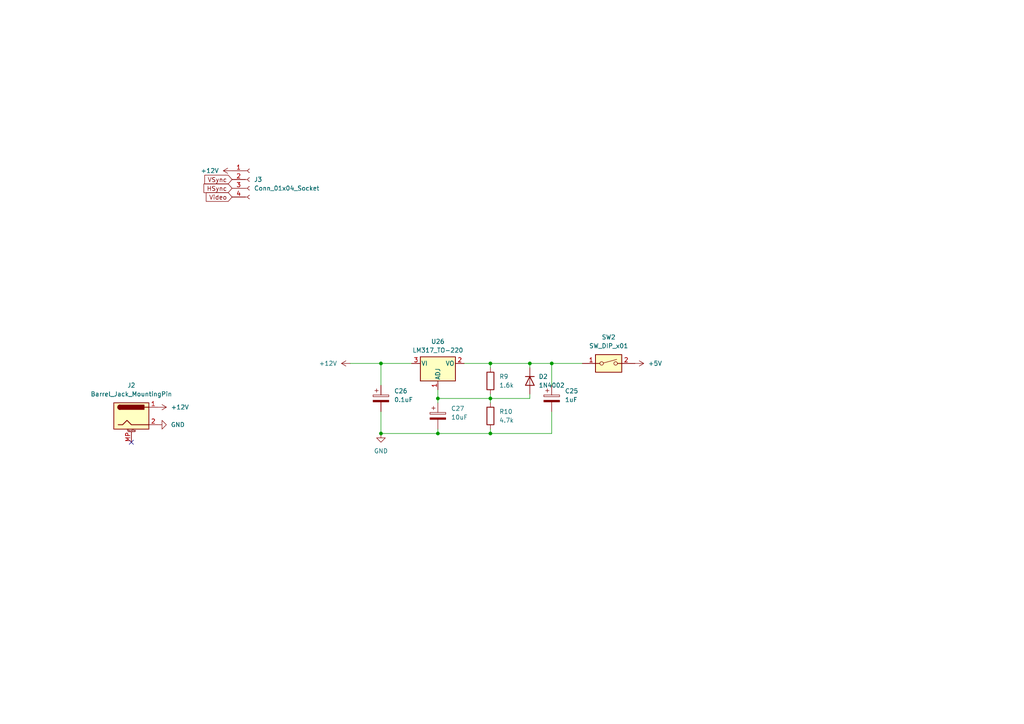
<source format=kicad_sch>
(kicad_sch (version 20231120) (generator "eeschema") (generator_version "8.0")
  (paper "A4")
  (title_block (title "ʕ·ᴥ·ʔ-ports"))
  (lib_symbols
    (symbol "Connector:Barrel_Jack_MountingPin" (pin_names hide)
      (property "Reference" "J" (at 0 5.334 0))
      (property "Value" "Barrel_Jack_MountingPin" (at 1.27 -6.35 0))
      (symbol "Barrel_Jack_MountingPin_0_1"
        (rectangle (start -5.08 3.81) (end 5.08 -3.81) (stroke (width 0.254)) (fill (type background)))
        (arc (start -3.302 3.175) (mid -3.9343 2.54) (end -3.302 1.905) (stroke (width 0.254)))
        (arc (start -3.302 3.175) (mid -3.9343 2.54) (end -3.302 1.905) (stroke (width 0.254)) (fill (type outline)))
        (polyline (pts (xy 5.08 2.54) (xy 3.81 2.54)) (stroke (width 0.254)))
        (polyline (pts (xy -3.81 -2.54) (xy -2.54 -2.54) (xy -1.27 -1.27) (xy 0 -2.54) (xy 2.54 -2.54) (xy 5.08 -2.54)) (stroke (width 0.254)))
        (rectangle (start 3.683 3.175) (end -3.302 1.905) (stroke (width 0.254)) (fill (type outline)))
      )
      (symbol "Barrel_Jack_MountingPin_1_1"
        (polyline (pts (xy -1.016 -4.572) (xy 1.016 -4.572)) (stroke (width 0.1524)))
        (text "Mounting" (at 0 -4.191 0) (effects (font (size 0.381 0.381))))
        (pin passive line (at 7.62 2.54 180) (length 2.54) (name "~") (number "1"))
        (pin passive line (at 7.62 -2.54 180) (length 2.54) (name "~") (number "2"))
        (pin passive line (at 0 -7.62 90) (length 3.048) (name "MountPin") (number "MP"))
      )
    )
    (symbol "Connector:Conn_01x04_Socket" (pin_names (offset 1.016) hide)
      (property "Reference" "J" (at 0 5.08 0))
      (property "Value" "Conn_01x04_Socket" (at 0 -7.62 0))
      (symbol "Conn_01x04_Socket_1_1"
        (arc (start 0 -4.572) (mid -0.5058 -5.08) (end 0 -5.588) (stroke (width 0.1524)))
        (arc (start 0 -2.032) (mid -0.5058 -2.54) (end 0 -3.048) (stroke (width 0.1524)))
        (polyline (pts (xy -1.27 -5.08) (xy -0.508 -5.08)) (stroke (width 0.1524)))
        (polyline (pts (xy -1.27 -2.54) (xy -0.508 -2.54)) (stroke (width 0.1524)))
        (polyline (pts (xy -1.27 0) (xy -0.508 0)) (stroke (width 0.1524)))
        (polyline (pts (xy -1.27 2.54) (xy -0.508 2.54)) (stroke (width 0.1524)))
        (arc (start 0 0.508) (mid -0.5058 0) (end 0 -0.508) (stroke (width 0.1524)))
        (arc (start 0 3.048) (mid -0.5058 2.54) (end 0 2.032) (stroke (width 0.1524)))
        (pin passive line (at -5.08 2.54 0) (length 3.81) (name "Pin_1") (number "1"))
        (pin passive line (at -5.08 0 0) (length 3.81) (name "Pin_2") (number "2"))
        (pin passive line (at -5.08 -2.54 0) (length 3.81) (name "Pin_3") (number "3"))
        (pin passive line (at -5.08 -5.08 0) (length 3.81) (name "Pin_4") (number "4"))
      )
    )
    (symbol "Device:C_Polarized" (pin_numbers hide) (pin_names (offset 0.254))
      (property "Reference" "C" (at 0.635 2.54 0))
      (property "Value" "C_Polarized" (at 0.635 -2.54 0))
      (symbol "C_Polarized_0_1"
        (rectangle (start -2.286 0.508) (end 2.286 1.016))
        (polyline (pts (xy -1.778 2.286) (xy -0.762 2.286)))
        (polyline (pts (xy -1.27 2.794) (xy -1.27 1.778)))
        (rectangle (start 2.286 -0.508) (end -2.286 -1.016) (fill (type outline)))
      )
      (symbol "C_Polarized_1_1"
        (pin passive line (at 0 3.81 270) (length 2.794) (name "~") (number "1"))
        (pin passive line (at 0 -3.81 90) (length 2.794) (name "~") (number "2"))
      )
    )
    (symbol "Device:R" (pin_numbers hide) (pin_names (offset 0))
      (property "Reference" "R" (at 2.032 0 90))
      (property "Value" "R" (at 0 0 90))
      (symbol "R_0_1"
        (rectangle (start -1.016 -2.54) (end 1.016 2.54) (stroke (width 0.254)))
      )
      (symbol "R_1_1"
        (pin passive line (at 0 3.81 270) (length 1.27) (name "~") (number "1"))
        (pin passive line (at 0 -3.81 90) (length 1.27) (name "~") (number "2"))
      )
    )
    (symbol "Diode:1N4002" (pin_numbers hide) (pin_names hide)
      (property "Reference" "D" (at 0 2.54 0))
      (property "Value" "1N4002" (at 0 -2.54 0))
      (symbol "1N4002_0_1"
        (polyline (pts (xy -1.27 1.27) (xy -1.27 -1.27)) (stroke (width 0.254)))
        (polyline (pts (xy 1.27 0) (xy -1.27 0)))
        (polyline (pts (xy 1.27 1.27) (xy 1.27 -1.27) (xy -1.27 0) (xy 1.27 1.27)) (stroke (width 0.254)))
      )
      (symbol "1N4002_1_1"
        (pin passive line (at -3.81 0 0) (length 2.54) (name "K") (number "1"))
        (pin passive line (at 3.81 0 180) (length 2.54) (name "A") (number "2"))
      )
    )
    (symbol "Regulator_Linear:LM317_TO-220" (pin_names (offset 0.254))
      (property "Reference" "U" (at -3.81 3.175 0))
      (property "Value" "LM317_TO-220" (at 0 3.175 0))
      (symbol "LM317_TO-220_0_1"
        (rectangle (start -5.08 1.905) (end 5.08 -5.08) (stroke (width 0.254)) (fill (type background)))
      )
      (symbol "LM317_TO-220_1_1"
        (pin input line (at 0 -7.62 90) (length 2.54) (name "ADJ") (number "1"))
        (pin power_out line (at 7.62 0 180) (length 2.54) (name "VO") (number "2"))
        (pin power_in line (at -7.62 0 0) (length 2.54) (name "VI") (number "3"))
      )
    )
    (symbol "Switch:SW_DIP_x01" (pin_names (offset 0) hide)
      (property "Reference" "SW" (at 0 3.81 0))
      (property "Value" "SW_DIP_x01" (at 0 -3.81 0))
      (symbol "SW_DIP_x01_0_0"
        (circle (center -2.032 0) (radius 0.508))
        (polyline (pts (xy -1.524 0.127) (xy 2.3622 1.1684)))
        (circle (center 2.032 0) (radius 0.508))
      )
      (symbol "SW_DIP_x01_0_1"
        (rectangle (start -3.81 2.54) (end 3.81 -2.54) (stroke (width 0.254)) (fill (type background)))
      )
      (symbol "SW_DIP_x01_1_1"
        (pin passive line (at -7.62 0 0) (length 5.08) (name "~") (number "1"))
        (pin passive line (at 7.62 0 180) (length 5.08) (name "~") (number "2"))
      )
    )
    (symbol "power:+12V" (power) (pin_names (offset 0))
      (property "Value" "+12V" (at 0 3.556 0))
      (symbol "+12V_0_1"
        (polyline (pts (xy -0.762 1.27) (xy 0 2.54)))
        (polyline (pts (xy 0 0) (xy 0 2.54)))
        (polyline (pts (xy 0 2.54) (xy 0.762 1.27)))
      )
      (symbol "+12V_1_1"
        (pin power_in line (at 0 0 90) (length 0) hide (name "+12V") (number "1"))
      )
    )
    (symbol "power:+5V" (power) (pin_names (offset 0))
      (property "Value" "+5V" (at 0 3.556 0))
      (symbol "+5V_0_1"
        (polyline (pts (xy -0.762 1.27) (xy 0 2.54)))
        (polyline (pts (xy 0 0) (xy 0 2.54)))
        (polyline (pts (xy 0 2.54) (xy 0.762 1.27)))
      )
      (symbol "+5V_1_1"
        (pin power_in line (at 0 0 90) (length 0) hide (name "+5V") (number "1"))
      )
    )
    (symbol "power:GND" (power) (pin_names (offset 0))
      (property "Value" "GND" (at 0 -3.81 0))
      (symbol "GND_0_1"
        (polyline (pts (xy 0 0) (xy 0 -1.27) (xy 1.27 -1.27) (xy 0 -2.54) (xy -1.27 -1.27) (xy 0 -1.27)))
      )
      (symbol "GND_1_1"
        (pin power_in line (at 0 0 270) (length 0) hide (name "GND") (number "1"))
      )
    )
  )
  (junction (at 127 125.73))
  (junction (at 142.24 125.73))
  (junction (at 160.02 105.41))
  (junction (at 110.49 105.41))
  (junction (at 110.49 125.73))
  (junction (at 127 115.57))
  (junction (at 142.24 105.41))
  (junction (at 142.24 115.57))
  (junction (at 153.67 105.41))
  (no_connect (at 38.1 128.27))
  (wire (pts (xy 142.24 105.41) (xy 142.24 106.68)))
  (wire (pts (xy 110.49 105.41) (xy 119.38 105.41)))
  (wire (pts (xy 127 124.46) (xy 127 125.73)))
  (wire (pts (xy 153.67 114.3) (xy 153.67 115.57)))
  (wire (pts (xy 160.02 119.38) (xy 160.02 125.73)))
  (wire (pts (xy 142.24 115.57) (xy 127 115.57)))
  (wire (pts (xy 127 115.57) (xy 127 116.84)))
  (wire (pts (xy 160.02 111.76) (xy 160.02 105.41)))
  (wire (pts (xy 127 115.57) (xy 127 113.03)))
  (wire (pts (xy 101.6 105.41) (xy 110.49 105.41)))
  (wire (pts (xy 110.49 125.73) (xy 127 125.73)))
  (wire (pts (xy 142.24 114.3) (xy 142.24 115.57)))
  (wire (pts (xy 160.02 105.41) (xy 168.91 105.41)))
  (wire (pts (xy 153.67 105.41) (xy 160.02 105.41)))
  (wire (pts (xy 110.49 105.41) (xy 110.49 111.76)))
  (wire (pts (xy 142.24 115.57) (xy 142.24 116.84)))
  (wire (pts (xy 110.49 119.38) (xy 110.49 125.73)))
  (wire (pts (xy 142.24 124.46) (xy 142.24 125.73)))
  (wire (pts (xy 134.62 105.41) (xy 142.24 105.41)))
  (wire (pts (xy 153.67 105.41) (xy 153.67 106.68)))
  (wire (pts (xy 127 125.73) (xy 142.24 125.73)))
  (wire (pts (xy 142.24 105.41) (xy 153.67 105.41)))
  (wire (pts (xy 142.24 125.73) (xy 160.02 125.73)))
  (wire (pts (xy 142.24 115.57) (xy 153.67 115.57)))
  (global_label "HSync" (shape input) (at 67.31 54.61 180) (property "Intersheetrefs" "${INTERSHEET_REFS}" (effects (hide yes))))
  (global_label "Video" (shape input) (at 67.31 57.15 180) (property "Intersheetrefs" "${INTERSHEET_REFS}" (effects (hide yes))))
  (global_label "VSync" (shape input) (at 67.31 52.07 180) (property "Intersheetrefs" "${INTERSHEET_REFS}" (effects (hide yes))))
  (symbol (lib_id "Regulator_Linear:LM317_TO-220") (at 127 105.41 0) (unit 1)
    (property "Reference" "U26" (at 127 99.06 0))
    (property "Value" "LM317_TO-220" (at 127 101.6 0))
    (property "Footprint" "Package_TO_SOT_THT:TO-220-3_Vertical" (effects (hide yes)))
    (property "Datasheet" "http://www.ti.com/lit/ds/symlink/lm317.pdf" (effects (hide yes)))
  )
  (symbol (lib_id "Connector:Conn_01x04_Socket") (at 72.39 52.07 0) (unit 1)
    (property "Reference" "J3" (at 73.66 52.07 0) (effects (justify left)))
    (property "Value" "Conn_01x04_Socket" (at 73.66 54.61 0) (effects (justify left)))
    (property "Footprint" "Connector_PinSocket_2.54mm:PinSocket_1x04_P2.54mm_Vertical" (effects (hide yes)))
  )
  (symbol (lib_id "power:GND") (at 45.72 123.19 90) (unit 1)
    (property "Reference" "#PWR072" (effects (hide yes)))
    (property "Value" "GND" (at 49.53 123.19 90) (effects (justify right)))
  )
  (symbol (lib_id "power:+5V") (at 184.15 105.41 270) (unit 1)
    (property "Reference" "#PWR075" (effects (hide yes)))
    (property "Value" "+5V" (at 187.96 105.41 90) (effects (justify left)))
  )
  (symbol (lib_id "Device:C_Polarized") (at 127 120.65 0) (unit 1)
    (property "Reference" "C27" (at 130.81 118.491 0) (effects (justify left)))
    (property "Value" "10uF" (at 130.81 121.031 0) (effects (justify left)))
    (property "Footprint" "Capacitor_THT:CP_Radial_D5.0mm_P2.00mm" (effects (hide yes)))
  )
  (symbol (lib_id "Device:C_Polarized") (at 110.49 115.57 0) (unit 1)
    (property "Reference" "C26" (at 114.3 113.411 0) (effects (justify left)))
    (property "Value" "0.1uF" (at 114.3 115.951 0) (effects (justify left)))
    (property "Footprint" "Capacitor_THT:CP_Radial_D5.0mm_P2.00mm" (effects (hide yes)))
  )
  (symbol (lib_id "power:+12V") (at 67.31 49.53 90) (unit 1)
    (property "Reference" "#PWR0112" (effects (hide yes)))
    (property "Value" "+12V" (at 63.5 49.53 90) (effects (justify left)))
  )
  (symbol (lib_id "Device:R") (at 142.24 120.65 0) (unit 1)
    (property "Reference" "R10" (at 144.78 119.38 0) (effects (justify left)))
    (property "Value" "4.7k" (at 144.78 121.92 0) (effects (justify left)))
    (property "Footprint" "Resistor_THT:R_Axial_DIN0207_L6.3mm_D2.5mm_P7.62mm_Horizontal" (effects (hide yes)))
  )
  (symbol (lib_id "power:+12V") (at 45.72 118.11 270) (unit 1)
    (property "Reference" "#PWR073" (effects (hide yes)))
    (property "Value" "+12V" (at 49.53 118.11 90) (effects (justify left)))
  )
  (symbol (lib_id "Diode:1N4002") (at 153.67 110.49 270) (unit 1)
    (property "Reference" "D2" (at 156.21 109.22 90) (effects (justify left)))
    (property "Value" "1N4002" (at 156.21 111.76 90) (effects (justify left)))
    (property "Footprint" "Diode_THT:D_DO-41_SOD81_P10.16mm_Horizontal" (effects (hide yes)))
    (property "Datasheet" "http://www.vishay.com/docs/88503/1n4001.pdf" (effects (hide yes)))
    (property "Sim.Device" "D" (effects (hide yes)))
    (property "Sim.Pins" "1=K 2=A" (effects (hide yes)))
  )
  (symbol (lib_id "power:GND") (at 110.49 125.73 0) (unit 1)
    (property "Reference" "#PWR0110" (effects (hide yes)))
    (property "Value" "GND" (at 110.49 130.81 0))
  )
  (symbol (lib_id "Device:R") (at 142.24 110.49 0) (unit 1)
    (property "Reference" "R9" (at 144.78 109.22 0) (effects (justify left)))
    (property "Value" "1.6k" (at 144.78 111.76 0) (effects (justify left)))
    (property "Footprint" "Resistor_THT:R_Axial_DIN0207_L6.3mm_D2.5mm_P7.62mm_Horizontal" (effects (hide yes)))
  )
  (symbol (lib_id "Switch:SW_DIP_x01") (at 176.53 105.41 0) (unit 1)
    (property "Reference" "SW2" (at 176.53 97.79 0))
    (property "Value" "SW_DIP_x01" (at 176.53 100.33 0))
    (property "Footprint" "Connector_PinHeader_2.54mm:PinHeader_1x02_P2.54mm_Vertical" (effects (hide yes)))
  )
  (symbol (lib_id "power:+12V") (at 101.6 105.41 90) (unit 1)
    (property "Reference" "#PWR0109" (effects (hide yes)))
    (property "Value" "+12V" (at 97.79 105.41 90) (effects (justify left)))
  )
  (symbol (lib_id "Device:C_Polarized") (at 160.02 115.57 0) (unit 1)
    (property "Reference" "C25" (at 163.83 113.411 0) (effects (justify left)))
    (property "Value" "1uF" (at 163.83 115.951 0) (effects (justify left)))
    (property "Footprint" "Capacitor_THT:CP_Radial_D5.0mm_P2.00mm" (effects (hide yes)))
  )
  (symbol (lib_id "Connector:Barrel_Jack_MountingPin") (at 38.1 120.65 0) (unit 1)
    (property "Reference" "J2" (at 38.1 111.76 0))
    (property "Value" "Barrel_Jack_MountingPin" (at 38.1 114.3 0))
    (property "Footprint" "Connector_BarrelJack:BarrelJack_Horizontal" (effects (hide yes)))
  )
)
</source>
